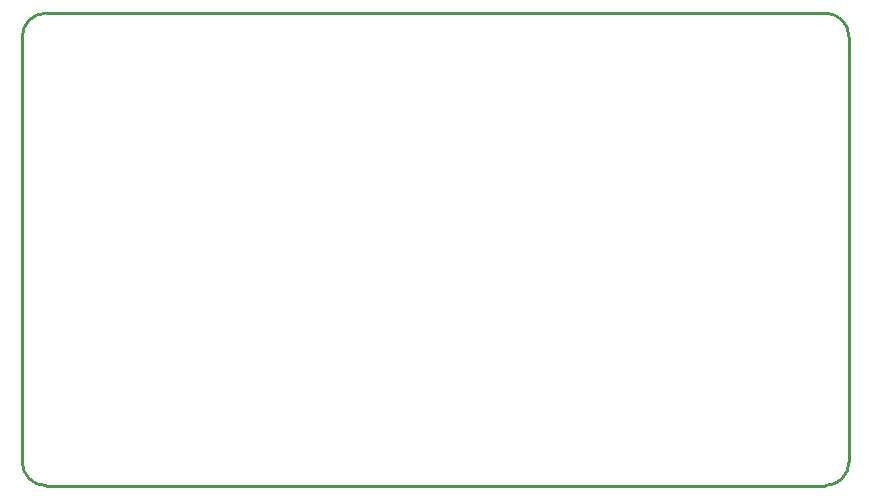
<source format=gko>
G04 Layer: BoardOutlineLayer*
G04 EasyEDA v6.5.44, 2024-07-23 11:26:01*
G04 fa6d6c6f67624019b56d640f781358e2,6e2a8d9c20784516b523f05fecaed983,10*
G04 Gerber Generator version 0.2*
G04 Scale: 100 percent, Rotated: No, Reflected: No *
G04 Dimensions in millimeters *
G04 leading zeros omitted , absolute positions ,4 integer and 5 decimal *
%FSLAX45Y45*%
%MOMM*%

%ADD10C,0.2540*%
D10*
X6999986Y-352399D02*
G01*
X6999986Y-3952392D01*
X6799986Y-4152392D02*
G01*
X199999Y-4152392D01*
X199999Y-152400D02*
G01*
X6799986Y-152400D01*
X0Y-3952392D02*
G01*
X0Y-352399D01*
G75*
G01*
X6799986Y-152400D02*
G02*
X6999986Y-352399I0J-199999D01*
G75*
G01*
X6999986Y-3952392D02*
G02*
X6799986Y-4152392I-200000J0D01*
G75*
G01*
X200000Y-4152392D02*
G02*
X0Y-3952392I0J200000D01*
G75*
G01*
X0Y-352399D02*
G02*
X200000Y-152400I200000J0D01*

%LPD*%
M02*

</source>
